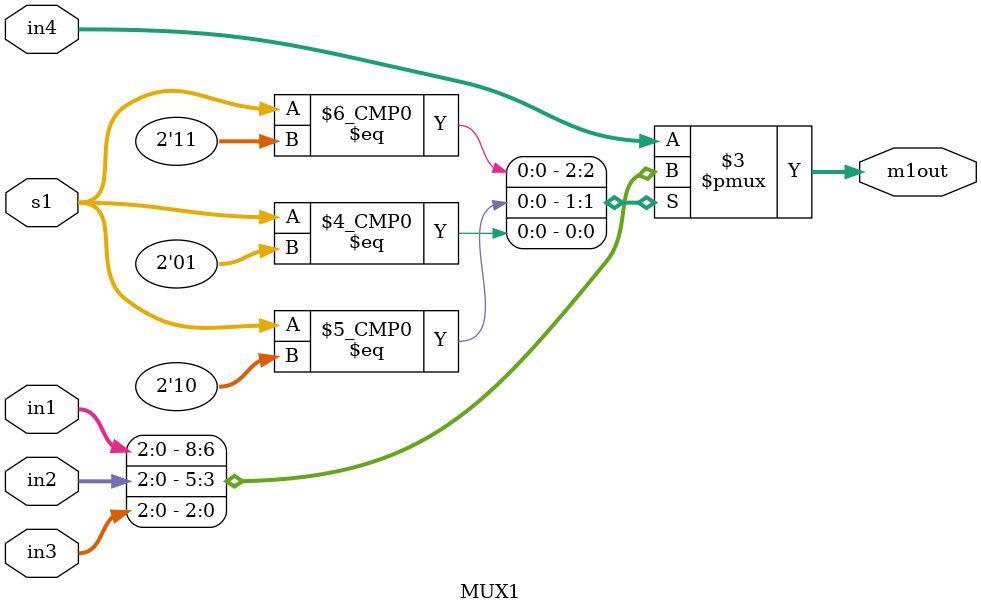
<source format=v>
module MUX1(in1, in2, in3, in4, s1, m1out);
input [2:0] in1, in2, in3, in4;
input [1:0] s1;
output reg [2:0] m1out;
always @ (in1, in2, in3, in4, s1)
begin
case (s1)
2'b11: m1out = in1;
2'b10: m1out = in2;
2'b01: m1out = in3;
default: m1out = in4; // 2'b00
endcase
end
endmodule //MUX1

</source>
